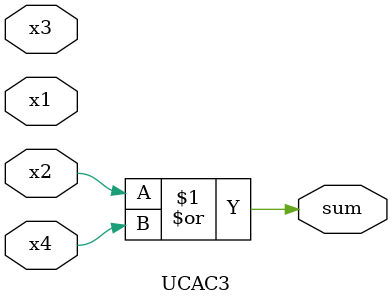
<source format=v>
module UCAC3(
    input x1,
    input x2,
    input x3,
    input x4,
    output sum
);

    assign sum = x2 | x4;

endmodule

</source>
